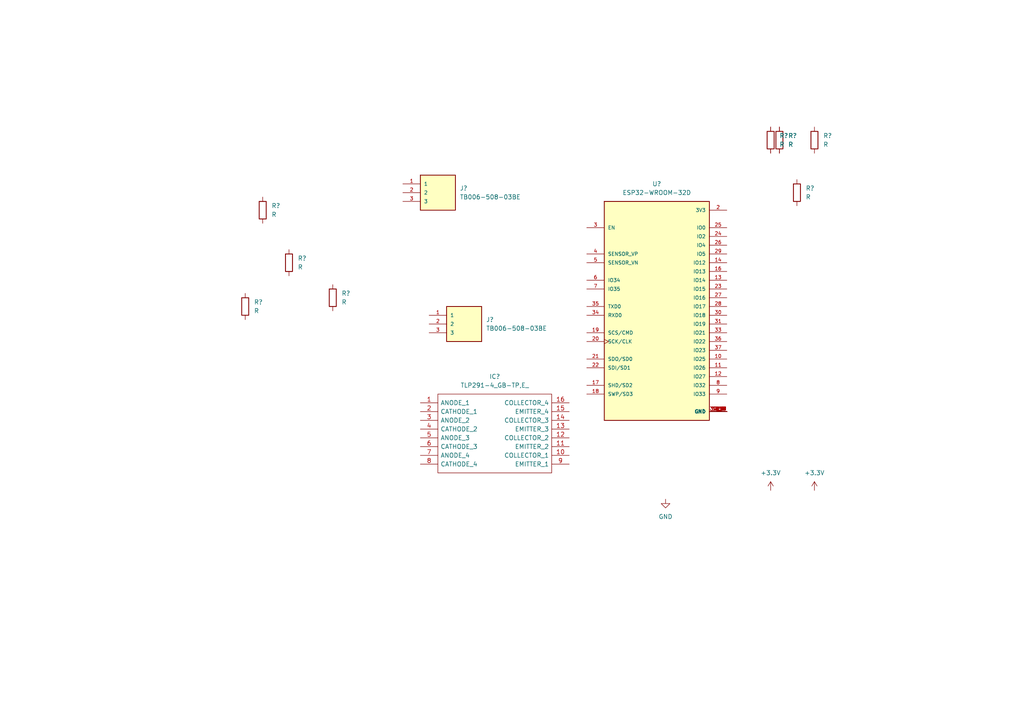
<source format=kicad_sch>
(kicad_sch (version 20230121) (generator eeschema)

  (uuid e1c2671d-3349-4172-9208-f6e3b33cc6b8)

  (paper "A4")

  (lib_symbols
    (symbol "Device:R" (pin_numbers hide) (pin_names (offset 0)) (in_bom yes) (on_board yes)
      (property "Reference" "R" (at 2.032 0 90)
        (effects (font (size 1.27 1.27)))
      )
      (property "Value" "R" (at 0 0 90)
        (effects (font (size 1.27 1.27)))
      )
      (property "Footprint" "" (at -1.778 0 90)
        (effects (font (size 1.27 1.27)) hide)
      )
      (property "Datasheet" "~" (at 0 0 0)
        (effects (font (size 1.27 1.27)) hide)
      )
      (property "ki_keywords" "R res resistor" (at 0 0 0)
        (effects (font (size 1.27 1.27)) hide)
      )
      (property "ki_description" "Resistor" (at 0 0 0)
        (effects (font (size 1.27 1.27)) hide)
      )
      (property "ki_fp_filters" "R_*" (at 0 0 0)
        (effects (font (size 1.27 1.27)) hide)
      )
      (symbol "R_0_1"
        (rectangle (start -1.016 -2.54) (end 1.016 2.54)
          (stroke (width 0.254) (type default))
          (fill (type none))
        )
      )
      (symbol "R_1_1"
        (pin passive line (at 0 3.81 270) (length 1.27)
          (name "~" (effects (font (size 1.27 1.27))))
          (number "1" (effects (font (size 1.27 1.27))))
        )
        (pin passive line (at 0 -3.81 90) (length 1.27)
          (name "~" (effects (font (size 1.27 1.27))))
          (number "2" (effects (font (size 1.27 1.27))))
        )
      )
    )
    (symbol "ESP32-WROOM-32D:ESP32-WROOM-32D" (pin_names (offset 1.016)) (in_bom yes) (on_board yes)
      (property "Reference" "U" (at -15.0359 31.5945 0)
        (effects (font (size 1.27 1.27)) (justify left bottom))
      )
      (property "Value" "ESP32-WROOM-32D" (at -15.2867 -35.6681 0)
        (effects (font (size 1.27 1.27)) (justify left bottom))
      )
      (property "Footprint" "ESP32-WROOM-32D:MODULE_ESP32-WROOM-32D" (at 0 0 0)
        (effects (font (size 1.27 1.27)) (justify bottom) hide)
      )
      (property "Datasheet" "" (at 0 0 0)
        (effects (font (size 1.27 1.27)) hide)
      )
      (property "MF" "Espressif Systems" (at 0 0 0)
        (effects (font (size 1.27 1.27)) (justify bottom) hide)
      )
      (property "MAXIMUM_PACKAGE_HEIGHT" "3.2 mm" (at 0 0 0)
        (effects (font (size 1.27 1.27)) (justify bottom) hide)
      )
      (property "Package" "Non Standard Espressif Systems" (at 0 0 0)
        (effects (font (size 1.27 1.27)) (justify bottom) hide)
      )
      (property "Price" "None" (at 0 0 0)
        (effects (font (size 1.27 1.27)) (justify bottom) hide)
      )
      (property "Check_prices" "https://www.snapeda.com/parts/ESP32-WROOM-32D/Espressif+Systems/view-part/?ref=eda" (at 0 0 0)
        (effects (font (size 1.27 1.27)) (justify bottom) hide)
      )
      (property "STANDARD" "Manufacturer Recommendations" (at 0 0 0)
        (effects (font (size 1.27 1.27)) (justify bottom) hide)
      )
      (property "PARTREV" "1.9" (at 0 0 0)
        (effects (font (size 1.27 1.27)) (justify bottom) hide)
      )
      (property "SnapEDA_Link" "https://www.snapeda.com/parts/ESP32-WROOM-32D/Espressif+Systems/view-part/?ref=snap" (at 0 0 0)
        (effects (font (size 1.27 1.27)) (justify bottom) hide)
      )
      (property "MP" "ESP32-WROOM-32D" (at 0 0 0)
        (effects (font (size 1.27 1.27)) (justify bottom) hide)
      )
      (property "Description" "\nBluetooth, WiFi 802.11b/g/n, Bluetooth v4.2 +EDR, Class 1, 2 and 3 Transceiver Module 2.4GHz ~ 2.5GHz Integrated\n" (at 0 0 0)
        (effects (font (size 1.27 1.27)) (justify bottom) hide)
      )
      (property "Availability" "In Stock" (at 0 0 0)
        (effects (font (size 1.27 1.27)) (justify bottom) hide)
      )
      (property "MANUFACTURER" "Espressif Systems" (at 0 0 0)
        (effects (font (size 1.27 1.27)) (justify bottom) hide)
      )
      (symbol "ESP32-WROOM-32D_0_0"
        (rectangle (start -15.24 -33.02) (end 15.24 30.48)
          (stroke (width 0.254) (type default))
          (fill (type background))
        )
        (pin power_in line (at 20.32 -30.48 180) (length 5.08)
          (name "GND" (effects (font (size 1.016 1.016))))
          (number "1" (effects (font (size 1.016 1.016))))
        )
        (pin bidirectional line (at 20.32 -15.24 180) (length 5.08)
          (name "IO25" (effects (font (size 1.016 1.016))))
          (number "10" (effects (font (size 1.016 1.016))))
        )
        (pin bidirectional line (at 20.32 -17.78 180) (length 5.08)
          (name "IO26" (effects (font (size 1.016 1.016))))
          (number "11" (effects (font (size 1.016 1.016))))
        )
        (pin bidirectional line (at 20.32 -20.32 180) (length 5.08)
          (name "IO27" (effects (font (size 1.016 1.016))))
          (number "12" (effects (font (size 1.016 1.016))))
        )
        (pin bidirectional line (at 20.32 7.62 180) (length 5.08)
          (name "IO14" (effects (font (size 1.016 1.016))))
          (number "13" (effects (font (size 1.016 1.016))))
        )
        (pin bidirectional line (at 20.32 12.7 180) (length 5.08)
          (name "IO12" (effects (font (size 1.016 1.016))))
          (number "14" (effects (font (size 1.016 1.016))))
        )
        (pin power_in line (at 20.32 -30.48 180) (length 5.08)
          (name "GND" (effects (font (size 1.016 1.016))))
          (number "15" (effects (font (size 1.016 1.016))))
        )
        (pin bidirectional line (at 20.32 10.16 180) (length 5.08)
          (name "IO13" (effects (font (size 1.016 1.016))))
          (number "16" (effects (font (size 1.016 1.016))))
        )
        (pin bidirectional line (at -20.32 -22.86 0) (length 5.08)
          (name "SHD/SD2" (effects (font (size 1.016 1.016))))
          (number "17" (effects (font (size 1.016 1.016))))
        )
        (pin bidirectional line (at -20.32 -25.4 0) (length 5.08)
          (name "SWP/SD3" (effects (font (size 1.016 1.016))))
          (number "18" (effects (font (size 1.016 1.016))))
        )
        (pin bidirectional line (at -20.32 -7.62 0) (length 5.08)
          (name "SCS/CMD" (effects (font (size 1.016 1.016))))
          (number "19" (effects (font (size 1.016 1.016))))
        )
        (pin power_in line (at 20.32 27.94 180) (length 5.08)
          (name "3V3" (effects (font (size 1.016 1.016))))
          (number "2" (effects (font (size 1.016 1.016))))
        )
        (pin bidirectional clock (at -20.32 -10.16 0) (length 5.08)
          (name "SCK/CLK" (effects (font (size 1.016 1.016))))
          (number "20" (effects (font (size 1.016 1.016))))
        )
        (pin bidirectional line (at -20.32 -15.24 0) (length 5.08)
          (name "SDO/SD0" (effects (font (size 1.016 1.016))))
          (number "21" (effects (font (size 1.016 1.016))))
        )
        (pin bidirectional line (at -20.32 -17.78 0) (length 5.08)
          (name "SDI/SD1" (effects (font (size 1.016 1.016))))
          (number "22" (effects (font (size 1.016 1.016))))
        )
        (pin bidirectional line (at 20.32 5.08 180) (length 5.08)
          (name "IO15" (effects (font (size 1.016 1.016))))
          (number "23" (effects (font (size 1.016 1.016))))
        )
        (pin bidirectional line (at 20.32 20.32 180) (length 5.08)
          (name "IO2" (effects (font (size 1.016 1.016))))
          (number "24" (effects (font (size 1.016 1.016))))
        )
        (pin bidirectional line (at 20.32 22.86 180) (length 5.08)
          (name "IO0" (effects (font (size 1.016 1.016))))
          (number "25" (effects (font (size 1.016 1.016))))
        )
        (pin bidirectional line (at 20.32 17.78 180) (length 5.08)
          (name "IO4" (effects (font (size 1.016 1.016))))
          (number "26" (effects (font (size 1.016 1.016))))
        )
        (pin bidirectional line (at 20.32 2.54 180) (length 5.08)
          (name "IO16" (effects (font (size 1.016 1.016))))
          (number "27" (effects (font (size 1.016 1.016))))
        )
        (pin bidirectional line (at 20.32 0 180) (length 5.08)
          (name "IO17" (effects (font (size 1.016 1.016))))
          (number "28" (effects (font (size 1.016 1.016))))
        )
        (pin bidirectional line (at 20.32 15.24 180) (length 5.08)
          (name "IO5" (effects (font (size 1.016 1.016))))
          (number "29" (effects (font (size 1.016 1.016))))
        )
        (pin input line (at -20.32 22.86 0) (length 5.08)
          (name "EN" (effects (font (size 1.016 1.016))))
          (number "3" (effects (font (size 1.016 1.016))))
        )
        (pin bidirectional line (at 20.32 -2.54 180) (length 5.08)
          (name "IO18" (effects (font (size 1.016 1.016))))
          (number "30" (effects (font (size 1.016 1.016))))
        )
        (pin bidirectional line (at 20.32 -5.08 180) (length 5.08)
          (name "IO19" (effects (font (size 1.016 1.016))))
          (number "31" (effects (font (size 1.016 1.016))))
        )
        (pin bidirectional line (at 20.32 -7.62 180) (length 5.08)
          (name "IO21" (effects (font (size 1.016 1.016))))
          (number "33" (effects (font (size 1.016 1.016))))
        )
        (pin bidirectional line (at -20.32 -2.54 0) (length 5.08)
          (name "RXD0" (effects (font (size 1.016 1.016))))
          (number "34" (effects (font (size 1.016 1.016))))
        )
        (pin bidirectional line (at -20.32 0 0) (length 5.08)
          (name "TXD0" (effects (font (size 1.016 1.016))))
          (number "35" (effects (font (size 1.016 1.016))))
        )
        (pin bidirectional line (at 20.32 -10.16 180) (length 5.08)
          (name "IO22" (effects (font (size 1.016 1.016))))
          (number "36" (effects (font (size 1.016 1.016))))
        )
        (pin bidirectional line (at 20.32 -12.7 180) (length 5.08)
          (name "IO23" (effects (font (size 1.016 1.016))))
          (number "37" (effects (font (size 1.016 1.016))))
        )
        (pin power_in line (at 20.32 -30.48 180) (length 5.08)
          (name "GND" (effects (font (size 1.016 1.016))))
          (number "38" (effects (font (size 1.016 1.016))))
        )
        (pin power_in line (at 20.32 -30.48 180) (length 5.08)
          (name "GND" (effects (font (size 1.016 1.016))))
          (number "39_1" (effects (font (size 1.016 1.016))))
        )
        (pin power_in line (at 20.32 -30.48 180) (length 5.08)
          (name "GND" (effects (font (size 1.016 1.016))))
          (number "39_10" (effects (font (size 1.016 1.016))))
        )
        (pin power_in line (at 20.32 -30.48 180) (length 5.08)
          (name "GND" (effects (font (size 1.016 1.016))))
          (number "39_11" (effects (font (size 1.016 1.016))))
        )
        (pin power_in line (at 20.32 -30.48 180) (length 5.08)
          (name "GND" (effects (font (size 1.016 1.016))))
          (number "39_12" (effects (font (size 1.016 1.016))))
        )
        (pin power_in line (at 20.32 -30.48 180) (length 5.08)
          (name "GND" (effects (font (size 1.016 1.016))))
          (number "39_13" (effects (font (size 1.016 1.016))))
        )
        (pin power_in line (at 20.32 -30.48 180) (length 5.08)
          (name "GND" (effects (font (size 1.016 1.016))))
          (number "39_14" (effects (font (size 1.016 1.016))))
        )
        (pin power_in line (at 20.32 -30.48 180) (length 5.08)
          (name "GND" (effects (font (size 1.016 1.016))))
          (number "39_15" (effects (font (size 1.016 1.016))))
        )
        (pin power_in line (at 20.32 -30.48 180) (length 5.08)
          (name "GND" (effects (font (size 1.016 1.016))))
          (number "39_16" (effects (font (size 1.016 1.016))))
        )
        (pin power_in line (at 20.32 -30.48 180) (length 5.08)
          (name "GND" (effects (font (size 1.016 1.016))))
          (number "39_17" (effects (font (size 1.016 1.016))))
        )
        (pin power_in line (at 20.32 -30.48 180) (length 5.08)
          (name "GND" (effects (font (size 1.016 1.016))))
          (number "39_18" (effects (font (size 1.016 1.016))))
        )
        (pin power_in line (at 20.32 -30.48 180) (length 5.08)
          (name "GND" (effects (font (size 1.016 1.016))))
          (number "39_19" (effects (font (size 1.016 1.016))))
        )
        (pin power_in line (at 20.32 -30.48 180) (length 5.08)
          (name "GND" (effects (font (size 1.016 1.016))))
          (number "39_2" (effects (font (size 1.016 1.016))))
        )
        (pin power_in line (at 20.32 -30.48 180) (length 5.08)
          (name "GND" (effects (font (size 1.016 1.016))))
          (number "39_20" (effects (font (size 1.016 1.016))))
        )
        (pin power_in line (at 20.32 -30.48 180) (length 5.08)
          (name "GND" (effects (font (size 1.016 1.016))))
          (number "39_21" (effects (font (size 1.016 1.016))))
        )
        (pin power_in line (at 20.32 -30.48 180) (length 5.08)
          (name "GND" (effects (font (size 1.016 1.016))))
          (number "39_3" (effects (font (size 1.016 1.016))))
        )
        (pin power_in line (at 20.32 -30.48 180) (length 5.08)
          (name "GND" (effects (font (size 1.016 1.016))))
          (number "39_4" (effects (font (size 1.016 1.016))))
        )
        (pin power_in line (at 20.32 -30.48 180) (length 5.08)
          (name "GND" (effects (font (size 1.016 1.016))))
          (number "39_5" (effects (font (size 1.016 1.016))))
        )
        (pin power_in line (at 20.32 -30.48 180) (length 5.08)
          (name "GND" (effects (font (size 1.016 1.016))))
          (number "39_6" (effects (font (size 1.016 1.016))))
        )
        (pin power_in line (at 20.32 -30.48 180) (length 5.08)
          (name "GND" (effects (font (size 1.016 1.016))))
          (number "39_7" (effects (font (size 1.016 1.016))))
        )
        (pin power_in line (at 20.32 -30.48 180) (length 5.08)
          (name "GND" (effects (font (size 1.016 1.016))))
          (number "39_8" (effects (font (size 1.016 1.016))))
        )
        (pin power_in line (at 20.32 -30.48 180) (length 5.08)
          (name "GND" (effects (font (size 1.016 1.016))))
          (number "39_9" (effects (font (size 1.016 1.016))))
        )
        (pin input line (at -20.32 15.24 0) (length 5.08)
          (name "SENSOR_VP" (effects (font (size 1.016 1.016))))
          (number "4" (effects (font (size 1.016 1.016))))
        )
        (pin input line (at -20.32 12.7 0) (length 5.08)
          (name "SENSOR_VN" (effects (font (size 1.016 1.016))))
          (number "5" (effects (font (size 1.016 1.016))))
        )
        (pin input line (at -20.32 7.62 0) (length 5.08)
          (name "IO34" (effects (font (size 1.016 1.016))))
          (number "6" (effects (font (size 1.016 1.016))))
        )
        (pin input line (at -20.32 5.08 0) (length 5.08)
          (name "IO35" (effects (font (size 1.016 1.016))))
          (number "7" (effects (font (size 1.016 1.016))))
        )
        (pin bidirectional line (at 20.32 -22.86 180) (length 5.08)
          (name "IO32" (effects (font (size 1.016 1.016))))
          (number "8" (effects (font (size 1.016 1.016))))
        )
        (pin bidirectional line (at 20.32 -25.4 180) (length 5.08)
          (name "IO33" (effects (font (size 1.016 1.016))))
          (number "9" (effects (font (size 1.016 1.016))))
        )
      )
    )
    (symbol "TB006-508-03BE:TB006-508-03BE" (pin_names (offset 1.016)) (in_bom yes) (on_board yes)
      (property "Reference" "J" (at -5.58 5.08 0)
        (effects (font (size 1.27 1.27)) (justify left bottom))
      )
      (property "Value" "TB006-508-03BE" (at -5.08 -7.62 0)
        (effects (font (size 1.27 1.27)) (justify left bottom))
      )
      (property "Footprint" "TB006-508-03BE:CUI_TB006-508-03BE" (at 0 0 0)
        (effects (font (size 1.27 1.27)) (justify bottom) hide)
      )
      (property "Datasheet" "" (at 0 0 0)
        (effects (font (size 1.27 1.27)) hide)
      )
      (property "MF" "CUI Devices" (at 0 0 0)
        (effects (font (size 1.27 1.27)) (justify bottom) hide)
      )
      (property "Description" "2~24 Poles, Screw Type, Horizontal, 5.08 Pitch, 26~14 (AWG), Terminal Block Connector" (at 0 0 0)
        (effects (font (size 1.27 1.27)) (justify bottom) hide)
      )
      (property "Package" "None" (at 0 0 0)
        (effects (font (size 1.27 1.27)) (justify bottom) hide)
      )
      (property "Price" "None" (at 0 0 0)
        (effects (font (size 1.27 1.27)) (justify bottom) hide)
      )
      (property "Check_prices" "https://www.snapeda.com/parts/TB006-508-03BE/CUI+Devices/view-part/?ref=eda" (at 0 0 0)
        (effects (font (size 1.27 1.27)) (justify bottom) hide)
      )
      (property "STANDARD" "Manufacturer Recommendations" (at 0 0 0)
        (effects (font (size 1.27 1.27)) (justify bottom) hide)
      )
      (property "SnapEDA_Link" "https://www.snapeda.com/parts/TB006-508-03BE/CUI+Devices/view-part/?ref=snap" (at 0 0 0)
        (effects (font (size 1.27 1.27)) (justify bottom) hide)
      )
      (property "MP" "TB006-508-03BE" (at 0 0 0)
        (effects (font (size 1.27 1.27)) (justify bottom) hide)
      )
      (property "Purchase-URL" "https://www.snapeda.com/api/url_track_click_mouser/?unipart_id=3591102&manufacturer=CUI Devices&part_name=TB006-508-03BE&search_term=screw terminal" (at 0 0 0)
        (effects (font (size 1.27 1.27)) (justify bottom) hide)
      )
      (property "CUI_purchase_URL" "https://www.cuidevices.com/product/interconnect/connectors/terminal-blocks/tb006-508-series?utm_source=snapeda.com&utm_medium=referral&utm_campaign=snapedaBOM" (at 0 0 0)
        (effects (font (size 1.27 1.27)) (justify bottom) hide)
      )
      (property "Availability" "In Stock" (at 0 0 0)
        (effects (font (size 1.27 1.27)) (justify bottom) hide)
      )
      (property "MANUFACTURER" "CUI" (at 0 0 0)
        (effects (font (size 1.27 1.27)) (justify bottom) hide)
      )
      (symbol "TB006-508-03BE_0_0"
        (rectangle (start -5.08 -5.08) (end 5.08 5.08)
          (stroke (width 0.254) (type default))
          (fill (type background))
        )
        (pin passive line (at -10.16 2.54 0) (length 5.08)
          (name "1" (effects (font (size 1.016 1.016))))
          (number "1" (effects (font (size 1.016 1.016))))
        )
        (pin passive line (at -10.16 0 0) (length 5.08)
          (name "2" (effects (font (size 1.016 1.016))))
          (number "2" (effects (font (size 1.016 1.016))))
        )
        (pin passive line (at -10.16 -2.54 0) (length 5.08)
          (name "3" (effects (font (size 1.016 1.016))))
          (number "3" (effects (font (size 1.016 1.016))))
        )
      )
    )
    (symbol "TLP291-4_GB-TP_E_:TLP291-4_GB-TP,E_" (pin_names (offset 0.762)) (in_bom yes) (on_board yes)
      (property "Reference" "IC" (at 39.37 7.62 0)
        (effects (font (size 1.27 1.27)) (justify left))
      )
      (property "Value" "TLP291-4_GB-TP,E_" (at 39.37 5.08 0)
        (effects (font (size 1.27 1.27)) (justify left))
      )
      (property "Footprint" "SOIC127P700X230-16N" (at 39.37 2.54 0)
        (effects (font (size 1.27 1.27)) (justify left) hide)
      )
      (property "Datasheet" "https://componentsearchengine.com/Datasheets/1/TLP291-4(GB-TP,E).pdf" (at 39.37 0 0)
        (effects (font (size 1.27 1.27)) (justify left) hide)
      )
      (property "Description" "Transistor Output Optocouplers PHOTOCOUP QUAD TRANS 16-SOP COMP TLP281-4" (at 39.37 -2.54 0)
        (effects (font (size 1.27 1.27)) (justify left) hide)
      )
      (property "Height" "2.3" (at 39.37 -5.08 0)
        (effects (font (size 1.27 1.27)) (justify left) hide)
      )
      (property "Manufacturer_Name" "Toshiba" (at 39.37 -7.62 0)
        (effects (font (size 1.27 1.27)) (justify left) hide)
      )
      (property "Manufacturer_Part_Number" "TLP291-4(GB-TP,E)" (at 39.37 -10.16 0)
        (effects (font (size 1.27 1.27)) (justify left) hide)
      )
      (property "Mouser Part Number" "757-TLP2914GB-TPE" (at 39.37 -12.7 0)
        (effects (font (size 1.27 1.27)) (justify left) hide)
      )
      (property "Mouser Price/Stock" "https://www.mouser.co.uk/ProductDetail/Toshiba/TLP291-4GB-TPE?qs=aT3ZFlnUjmJV%2FMEQgafMFQ%3D%3D" (at 39.37 -15.24 0)
        (effects (font (size 1.27 1.27)) (justify left) hide)
      )
      (property "Arrow Part Number" "TLP291-4(GB-TP,E)" (at 39.37 -17.78 0)
        (effects (font (size 1.27 1.27)) (justify left) hide)
      )
      (property "Arrow Price/Stock" "https://www.arrow.com/en/products/tlp291-4-gb-tpe/toshiba?region=nac" (at 39.37 -20.32 0)
        (effects (font (size 1.27 1.27)) (justify left) hide)
      )
      (property "ki_description" "Transistor Output Optocouplers PHOTOCOUP QUAD TRANS 16-SOP COMP TLP281-4" (at 0 0 0)
        (effects (font (size 1.27 1.27)) hide)
      )
      (symbol "TLP291-4_GB-TP,E__0_0"
        (pin passive line (at 0 0 0) (length 5.08)
          (name "ANODE_1" (effects (font (size 1.27 1.27))))
          (number "1" (effects (font (size 1.27 1.27))))
        )
        (pin passive line (at 43.18 -15.24 180) (length 5.08)
          (name "COLLECTOR_1" (effects (font (size 1.27 1.27))))
          (number "10" (effects (font (size 1.27 1.27))))
        )
        (pin passive line (at 43.18 -12.7 180) (length 5.08)
          (name "EMITTER_2" (effects (font (size 1.27 1.27))))
          (number "11" (effects (font (size 1.27 1.27))))
        )
        (pin passive line (at 43.18 -10.16 180) (length 5.08)
          (name "COLLECTOR_2" (effects (font (size 1.27 1.27))))
          (number "12" (effects (font (size 1.27 1.27))))
        )
        (pin passive line (at 43.18 -7.62 180) (length 5.08)
          (name "EMITTER_3" (effects (font (size 1.27 1.27))))
          (number "13" (effects (font (size 1.27 1.27))))
        )
        (pin passive line (at 43.18 -5.08 180) (length 5.08)
          (name "COLLECTOR_3" (effects (font (size 1.27 1.27))))
          (number "14" (effects (font (size 1.27 1.27))))
        )
        (pin passive line (at 43.18 -2.54 180) (length 5.08)
          (name "EMITTER_4" (effects (font (size 1.27 1.27))))
          (number "15" (effects (font (size 1.27 1.27))))
        )
        (pin passive line (at 43.18 0 180) (length 5.08)
          (name "COLLECTOR_4" (effects (font (size 1.27 1.27))))
          (number "16" (effects (font (size 1.27 1.27))))
        )
        (pin passive line (at 0 -2.54 0) (length 5.08)
          (name "CATHODE_1" (effects (font (size 1.27 1.27))))
          (number "2" (effects (font (size 1.27 1.27))))
        )
        (pin passive line (at 0 -5.08 0) (length 5.08)
          (name "ANODE_2" (effects (font (size 1.27 1.27))))
          (number "3" (effects (font (size 1.27 1.27))))
        )
        (pin passive line (at 0 -7.62 0) (length 5.08)
          (name "CATHODE_2" (effects (font (size 1.27 1.27))))
          (number "4" (effects (font (size 1.27 1.27))))
        )
        (pin passive line (at 0 -10.16 0) (length 5.08)
          (name "ANODE_3" (effects (font (size 1.27 1.27))))
          (number "5" (effects (font (size 1.27 1.27))))
        )
        (pin passive line (at 0 -12.7 0) (length 5.08)
          (name "CATHODE_3" (effects (font (size 1.27 1.27))))
          (number "6" (effects (font (size 1.27 1.27))))
        )
        (pin passive line (at 0 -15.24 0) (length 5.08)
          (name "ANODE_4" (effects (font (size 1.27 1.27))))
          (number "7" (effects (font (size 1.27 1.27))))
        )
        (pin passive line (at 0 -17.78 0) (length 5.08)
          (name "CATHODE_4" (effects (font (size 1.27 1.27))))
          (number "8" (effects (font (size 1.27 1.27))))
        )
        (pin passive line (at 43.18 -17.78 180) (length 5.08)
          (name "EMITTER_1" (effects (font (size 1.27 1.27))))
          (number "9" (effects (font (size 1.27 1.27))))
        )
      )
      (symbol "TLP291-4_GB-TP,E__0_1"
        (polyline
          (pts
            (xy 5.08 2.54)
            (xy 38.1 2.54)
            (xy 38.1 -20.32)
            (xy 5.08 -20.32)
            (xy 5.08 2.54)
          )
          (stroke (width 0.1524) (type solid))
          (fill (type none))
        )
      )
    )
    (symbol "power:+3.3V" (power) (pin_names (offset 0)) (in_bom yes) (on_board yes)
      (property "Reference" "#PWR" (at 0 -3.81 0)
        (effects (font (size 1.27 1.27)) hide)
      )
      (property "Value" "+3.3V" (at 0 3.556 0)
        (effects (font (size 1.27 1.27)))
      )
      (property "Footprint" "" (at 0 0 0)
        (effects (font (size 1.27 1.27)) hide)
      )
      (property "Datasheet" "" (at 0 0 0)
        (effects (font (size 1.27 1.27)) hide)
      )
      (property "ki_keywords" "global power" (at 0 0 0)
        (effects (font (size 1.27 1.27)) hide)
      )
      (property "ki_description" "Power symbol creates a global label with name \"+3.3V\"" (at 0 0 0)
        (effects (font (size 1.27 1.27)) hide)
      )
      (symbol "+3.3V_0_1"
        (polyline
          (pts
            (xy -0.762 1.27)
            (xy 0 2.54)
          )
          (stroke (width 0) (type default))
          (fill (type none))
        )
        (polyline
          (pts
            (xy 0 0)
            (xy 0 2.54)
          )
          (stroke (width 0) (type default))
          (fill (type none))
        )
        (polyline
          (pts
            (xy 0 2.54)
            (xy 0.762 1.27)
          )
          (stroke (width 0) (type default))
          (fill (type none))
        )
      )
      (symbol "+3.3V_1_1"
        (pin power_in line (at 0 0 90) (length 0) hide
          (name "+3.3V" (effects (font (size 1.27 1.27))))
          (number "1" (effects (font (size 1.27 1.27))))
        )
      )
    )
    (symbol "power:GND" (power) (pin_names (offset 0)) (in_bom yes) (on_board yes)
      (property "Reference" "#PWR" (at 0 -6.35 0)
        (effects (font (size 1.27 1.27)) hide)
      )
      (property "Value" "GND" (at 0 -3.81 0)
        (effects (font (size 1.27 1.27)))
      )
      (property "Footprint" "" (at 0 0 0)
        (effects (font (size 1.27 1.27)) hide)
      )
      (property "Datasheet" "" (at 0 0 0)
        (effects (font (size 1.27 1.27)) hide)
      )
      (property "ki_keywords" "global power" (at 0 0 0)
        (effects (font (size 1.27 1.27)) hide)
      )
      (property "ki_description" "Power symbol creates a global label with name \"GND\" , ground" (at 0 0 0)
        (effects (font (size 1.27 1.27)) hide)
      )
      (symbol "GND_0_1"
        (polyline
          (pts
            (xy 0 0)
            (xy 0 -1.27)
            (xy 1.27 -1.27)
            (xy 0 -2.54)
            (xy -1.27 -1.27)
            (xy 0 -1.27)
          )
          (stroke (width 0) (type default))
          (fill (type none))
        )
      )
      (symbol "GND_1_1"
        (pin power_in line (at 0 0 270) (length 0) hide
          (name "GND" (effects (font (size 1.27 1.27))))
          (number "1" (effects (font (size 1.27 1.27))))
        )
      )
    )
  )


  (symbol (lib_id "Device:R") (at 226.06 40.64 0) (unit 1)
    (in_bom yes) (on_board yes) (dnp no) (fields_autoplaced)
    (uuid 060931a4-648a-43bb-a064-a8a5b540d349)
    (property "Reference" "R?" (at 228.6 39.37 0)
      (effects (font (size 1.27 1.27)) (justify left))
    )
    (property "Value" "R" (at 228.6 41.91 0)
      (effects (font (size 1.27 1.27)) (justify left))
    )
    (property "Footprint" "" (at 224.282 40.64 90)
      (effects (font (size 1.27 1.27)) hide)
    )
    (property "Datasheet" "~" (at 226.06 40.64 0)
      (effects (font (size 1.27 1.27)) hide)
    )
    (pin "1" (uuid 155a5c01-6ff5-426d-be2e-204ec25cf762))
    (pin "2" (uuid 120e1c69-47a2-4817-a6de-2265be85a6f1))
    (instances
      (project "buck coverter"
        (path "/e1c2671d-3349-4172-9208-f6e3b33cc6b8"
          (reference "R?") (unit 1)
        )
      )
    )
  )

  (symbol (lib_id "power:+3.3V") (at 223.52 142.24 0) (unit 1)
    (in_bom yes) (on_board yes) (dnp no) (fields_autoplaced)
    (uuid 0f3b33bd-8cb0-4fdd-9bd4-854ec2264bb9)
    (property "Reference" "#PWR01" (at 223.52 146.05 0)
      (effects (font (size 1.27 1.27)) hide)
    )
    (property "Value" "+3.3V" (at 223.52 137.16 0)
      (effects (font (size 1.27 1.27)))
    )
    (property "Footprint" "" (at 223.52 142.24 0)
      (effects (font (size 1.27 1.27)) hide)
    )
    (property "Datasheet" "" (at 223.52 142.24 0)
      (effects (font (size 1.27 1.27)) hide)
    )
    (pin "1" (uuid 0ab9a002-1efc-45c1-9be4-01aa8fbdca26))
    (instances
      (project "buck coverter"
        (path "/e1c2671d-3349-4172-9208-f6e3b33cc6b8"
          (reference "#PWR01") (unit 1)
        )
      )
    )
  )

  (symbol (lib_id "Device:R") (at 71.12 88.9 0) (unit 1)
    (in_bom yes) (on_board yes) (dnp no) (fields_autoplaced)
    (uuid 1205b928-c889-4b20-b9e2-be4adb223ff9)
    (property "Reference" "R?" (at 73.66 87.63 0)
      (effects (font (size 1.27 1.27)) (justify left))
    )
    (property "Value" "R" (at 73.66 90.17 0)
      (effects (font (size 1.27 1.27)) (justify left))
    )
    (property "Footprint" "" (at 69.342 88.9 90)
      (effects (font (size 1.27 1.27)) hide)
    )
    (property "Datasheet" "~" (at 71.12 88.9 0)
      (effects (font (size 1.27 1.27)) hide)
    )
    (pin "1" (uuid fdb140a9-907a-48e0-89e6-0cc8be943b44))
    (pin "2" (uuid 580648e7-8dfc-46cd-9b75-ba1db20120ea))
    (instances
      (project "buck coverter"
        (path "/e1c2671d-3349-4172-9208-f6e3b33cc6b8"
          (reference "R?") (unit 1)
        )
      )
    )
  )

  (symbol (lib_id "ESP32-WROOM-32D:ESP32-WROOM-32D") (at 190.5 88.9 0) (unit 1)
    (in_bom yes) (on_board yes) (dnp no) (fields_autoplaced)
    (uuid 1417c683-b3bd-432d-85f9-201294f7d9a8)
    (property "Reference" "U?" (at 190.5 53.34 0)
      (effects (font (size 1.27 1.27)))
    )
    (property "Value" "ESP32-WROOM-32D" (at 190.5 55.88 0)
      (effects (font (size 1.27 1.27)))
    )
    (property "Footprint" "ESP32-WROOM-32D:MODULE_ESP32-WROOM-32D" (at 190.5 88.9 0)
      (effects (font (size 1.27 1.27)) (justify bottom) hide)
    )
    (property "Datasheet" "" (at 190.5 88.9 0)
      (effects (font (size 1.27 1.27)) hide)
    )
    (property "MF" "Espressif Systems" (at 190.5 88.9 0)
      (effects (font (size 1.27 1.27)) (justify bottom) hide)
    )
    (property "MAXIMUM_PACKAGE_HEIGHT" "3.2 mm" (at 190.5 88.9 0)
      (effects (font (size 1.27 1.27)) (justify bottom) hide)
    )
    (property "Package" "Non Standard Espressif Systems" (at 190.5 88.9 0)
      (effects (font (size 1.27 1.27)) (justify bottom) hide)
    )
    (property "Price" "None" (at 190.5 88.9 0)
      (effects (font (size 1.27 1.27)) (justify bottom) hide)
    )
    (property "Check_prices" "https://www.snapeda.com/parts/ESP32-WROOM-32D/Espressif+Systems/view-part/?ref=eda" (at 190.5 88.9 0)
      (effects (font (size 1.27 1.27)) (justify bottom) hide)
    )
    (property "STANDARD" "Manufacturer Recommendations" (at 190.5 88.9 0)
      (effects (font (size 1.27 1.27)) (justify bottom) hide)
    )
    (property "PARTREV" "1.9" (at 190.5 88.9 0)
      (effects (font (size 1.27 1.27)) (justify bottom) hide)
    )
    (property "SnapEDA_Link" "https://www.snapeda.com/parts/ESP32-WROOM-32D/Espressif+Systems/view-part/?ref=snap" (at 190.5 88.9 0)
      (effects (font (size 1.27 1.27)) (justify bottom) hide)
    )
    (property "MP" "ESP32-WROOM-32D" (at 190.5 88.9 0)
      (effects (font (size 1.27 1.27)) (justify bottom) hide)
    )
    (property "Description" "\nBluetooth, WiFi 802.11b/g/n, Bluetooth v4.2 +EDR, Class 1, 2 and 3 Transceiver Module 2.4GHz ~ 2.5GHz Integrated\n" (at 190.5 88.9 0)
      (effects (font (size 1.27 1.27)) (justify bottom) hide)
    )
    (property "Availability" "In Stock" (at 190.5 88.9 0)
      (effects (font (size 1.27 1.27)) (justify bottom) hide)
    )
    (property "MANUFACTURER" "Espressif Systems" (at 190.5 88.9 0)
      (effects (font (size 1.27 1.27)) (justify bottom) hide)
    )
    (pin "1" (uuid 6e640184-4fe4-4f4b-a232-8cca48241cb7))
    (pin "10" (uuid 03f84521-8aa2-4244-983f-7b143a03fcc2))
    (pin "11" (uuid a623a2ce-5f5b-4b2f-b648-2653df41d007))
    (pin "12" (uuid 37a5baac-53f8-4793-8c12-f917e6473c62))
    (pin "13" (uuid 49ee5c42-e99a-4aab-bb12-8558ec8b9c09))
    (pin "14" (uuid 42ac098d-f504-4d57-a010-1fa6eb94b738))
    (pin "15" (uuid d3a4f067-6525-4ffc-94ba-145aa9a985a2))
    (pin "16" (uuid 9971f3ec-04d2-4c99-8587-564627d3722d))
    (pin "17" (uuid bbef7aaa-cc5d-4387-bd23-e4c103922c02))
    (pin "18" (uuid a7f639cb-2c5b-406f-80d2-c043e64e1a7b))
    (pin "19" (uuid 431b564a-41af-4d2d-90c5-c8c0401d62a8))
    (pin "2" (uuid 1189bc28-9f4f-477a-866e-4d0d3f7fc08d))
    (pin "20" (uuid 78238636-79bc-4b95-92a8-adeb68b4bf0d))
    (pin "21" (uuid 4d8de373-47c7-405b-a64e-8941e3c96031))
    (pin "22" (uuid eddd5b8e-9ec1-4207-a611-db48c8c068f7))
    (pin "23" (uuid 8d068920-5c47-49ad-9a43-4b4ec11716f3))
    (pin "24" (uuid 7d2f89e1-9d80-457c-a98b-aefaa87507f6))
    (pin "25" (uuid f57cedbc-34fb-44e0-8387-76b94c88ef14))
    (pin "26" (uuid a3914f14-ea48-4999-ad1a-42c9997267cd))
    (pin "27" (uuid 30fc6b48-fb03-4172-a788-37893fce10eb))
    (pin "28" (uuid 5e8f4585-2d37-4e6a-8532-9bad1b18edb1))
    (pin "29" (uuid 8099f2d7-ab45-4a77-9dee-67a55ca9fb22))
    (pin "3" (uuid c57180c8-9f08-4e39-a650-603f01015b96))
    (pin "30" (uuid 06fa8a73-0646-4a5c-886c-3d1ca1d2d9b7))
    (pin "31" (uuid 74b6cd21-e7c9-49c2-b8c7-1a7e981fd429))
    (pin "33" (uuid 4ae3207e-5ce0-4a00-bf3a-c4f342bb483a))
    (pin "34" (uuid 77e36db2-59e5-4e51-add8-378b4958fb1b))
    (pin "35" (uuid fb2ad23e-8037-48a7-be08-34b83b4249b5))
    (pin "36" (uuid 8d5db36f-79f1-485c-9890-9554036a6120))
    (pin "37" (uuid 39986721-352a-4070-89d0-becf2ab291fb))
    (pin "38" (uuid 0485107f-a30d-4d69-a9a3-270d6821f3e0))
    (pin "39_1" (uuid 39d0b97c-8c29-4cdc-9f9f-bcdf05c1b5a5))
    (pin "39_10" (uuid ceeff681-2b02-4b40-828e-18e35f90cb68))
    (pin "39_11" (uuid 53147fb2-c918-4d99-81dd-2652911b11d6))
    (pin "39_12" (uuid f878d661-d571-47ef-a747-9753ad67fc06))
    (pin "39_13" (uuid 00df5fe3-1a20-4fc7-ae71-2086f67da7b2))
    (pin "39_14" (uuid 9668025c-e747-4994-9ddb-24b55b3cec6b))
    (pin "39_15" (uuid 36b6d274-dea2-4d3e-90cc-fefb5e91713b))
    (pin "39_16" (uuid efa9b664-d8a1-4a24-91d1-68566e1b472e))
    (pin "39_17" (uuid caa129e3-0e16-4ba3-b008-d14a641cc92e))
    (pin "39_18" (uuid 5b708e6d-0876-45a8-b94a-5e6afde8f0e5))
    (pin "39_19" (uuid 8e6423f0-dbd8-4ca3-88d2-829dd937c8bf))
    (pin "39_2" (uuid 881dfd39-31a1-4815-b6e4-52e29f7dcac6))
    (pin "39_20" (uuid fdb0e861-ef7e-4392-9c81-04d9a2d0a0e2))
    (pin "39_21" (uuid e06170f8-d667-4b05-a168-1d843e6c6df3))
    (pin "39_3" (uuid 310cd3c6-ea82-499a-ac29-faf8140a6433))
    (pin "39_4" (uuid fd16c494-7326-414e-aa24-778d5fd5b67f))
    (pin "39_5" (uuid ad8f2387-4238-4dba-82ad-687803212bb5))
    (pin "39_6" (uuid 715d7e38-fcc6-4af1-a401-1e2d6b984633))
    (pin "39_7" (uuid acea3776-5b33-467f-be84-d116e01ac418))
    (pin "39_8" (uuid 8079d51b-7fb0-4299-90a6-03ca25cbfa1d))
    (pin "39_9" (uuid 2c290986-484f-4de0-a337-570ba240a1ee))
    (pin "4" (uuid 72d145e5-757e-4613-a290-f3464ab32f5b))
    (pin "5" (uuid a072740f-eec4-4027-ac1f-1198d56f322e))
    (pin "6" (uuid 2533e0f2-4d28-425a-8cbd-74d08ccd399b))
    (pin "7" (uuid 07bf4883-7deb-4814-aad1-f69878582ed0))
    (pin "8" (uuid 86058778-93e4-4d40-bcf8-47ef104683c3))
    (pin "9" (uuid 2b43fe74-3c11-4ec2-95fe-af19682be39a))
    (instances
      (project "buck coverter"
        (path "/e1c2671d-3349-4172-9208-f6e3b33cc6b8"
          (reference "U?") (unit 1)
        )
      )
    )
  )

  (symbol (lib_id "Device:R") (at 76.2 60.96 0) (unit 1)
    (in_bom yes) (on_board yes) (dnp no) (fields_autoplaced)
    (uuid 355202e8-6cc8-486b-91ed-12a694dc6917)
    (property "Reference" "R?" (at 78.74 59.69 0)
      (effects (font (size 1.27 1.27)) (justify left))
    )
    (property "Value" "R" (at 78.74 62.23 0)
      (effects (font (size 1.27 1.27)) (justify left))
    )
    (property "Footprint" "" (at 74.422 60.96 90)
      (effects (font (size 1.27 1.27)) hide)
    )
    (property "Datasheet" "~" (at 76.2 60.96 0)
      (effects (font (size 1.27 1.27)) hide)
    )
    (pin "1" (uuid d071e3f2-d458-4174-9dcd-fb6940da7971))
    (pin "2" (uuid feb81462-8a0d-4596-8a64-89a9183007a4))
    (instances
      (project "buck coverter"
        (path "/e1c2671d-3349-4172-9208-f6e3b33cc6b8"
          (reference "R?") (unit 1)
        )
      )
    )
  )

  (symbol (lib_id "TB006-508-03BE:TB006-508-03BE") (at 134.62 93.98 0) (unit 1)
    (in_bom yes) (on_board yes) (dnp no) (fields_autoplaced)
    (uuid 4c176dc7-f9f8-4872-8463-79bc90c96298)
    (property "Reference" "J?" (at 140.97 92.71 0)
      (effects (font (size 1.27 1.27)) (justify left))
    )
    (property "Value" "TB006-508-03BE" (at 140.97 95.25 0)
      (effects (font (size 1.27 1.27)) (justify left))
    )
    (property "Footprint" "TB006-508-03BE:CUI_TB006-508-03BE" (at 134.62 93.98 0)
      (effects (font (size 1.27 1.27)) (justify bottom) hide)
    )
    (property "Datasheet" "" (at 134.62 93.98 0)
      (effects (font (size 1.27 1.27)) hide)
    )
    (property "MF" "CUI Devices" (at 134.62 93.98 0)
      (effects (font (size 1.27 1.27)) (justify bottom) hide)
    )
    (property "Description" "2~24 Poles, Screw Type, Horizontal, 5.08 Pitch, 26~14 (AWG), Terminal Block Connector" (at 134.62 93.98 0)
      (effects (font (size 1.27 1.27)) (justify bottom) hide)
    )
    (property "Package" "None" (at 134.62 93.98 0)
      (effects (font (size 1.27 1.27)) (justify bottom) hide)
    )
    (property "Price" "None" (at 134.62 93.98 0)
      (effects (font (size 1.27 1.27)) (justify bottom) hide)
    )
    (property "Check_prices" "https://www.snapeda.com/parts/TB006-508-03BE/CUI+Devices/view-part/?ref=eda" (at 134.62 93.98 0)
      (effects (font (size 1.27 1.27)) (justify bottom) hide)
    )
    (property "STANDARD" "Manufacturer Recommendations" (at 134.62 93.98 0)
      (effects (font (size 1.27 1.27)) (justify bottom) hide)
    )
    (property "SnapEDA_Link" "https://www.snapeda.com/parts/TB006-508-03BE/CUI+Devices/view-part/?ref=snap" (at 134.62 93.98 0)
      (effects (font (size 1.27 1.27)) (justify bottom) hide)
    )
    (property "MP" "TB006-508-03BE" (at 134.62 93.98 0)
      (effects (font (size 1.27 1.27)) (justify bottom) hide)
    )
    (property "Purchase-URL" "https://www.snapeda.com/api/url_track_click_mouser/?unipart_id=3591102&manufacturer=CUI Devices&part_name=TB006-508-03BE&search_term=screw terminal" (at 134.62 93.98 0)
      (effects (font (size 1.27 1.27)) (justify bottom) hide)
    )
    (property "CUI_purchase_URL" "https://www.cuidevices.com/product/interconnect/connectors/terminal-blocks/tb006-508-series?utm_source=snapeda.com&utm_medium=referral&utm_campaign=snapedaBOM" (at 134.62 93.98 0)
      (effects (font (size 1.27 1.27)) (justify bottom) hide)
    )
    (property "Availability" "In Stock" (at 134.62 93.98 0)
      (effects (font (size 1.27 1.27)) (justify bottom) hide)
    )
    (property "MANUFACTURER" "CUI" (at 134.62 93.98 0)
      (effects (font (size 1.27 1.27)) (justify bottom) hide)
    )
    (pin "1" (uuid ca8823c1-2a27-4de2-817e-9bb02f1f57c2))
    (pin "2" (uuid 69f10745-bd98-4481-abbc-5c186d1fbd84))
    (pin "3" (uuid 8da451fa-1085-4c44-9974-11149a09dff4))
    (instances
      (project "buck coverter"
        (path "/e1c2671d-3349-4172-9208-f6e3b33cc6b8"
          (reference "J?") (unit 1)
        )
      )
    )
  )

  (symbol (lib_id "Device:R") (at 83.82 76.2 0) (unit 1)
    (in_bom yes) (on_board yes) (dnp no) (fields_autoplaced)
    (uuid 4f070b0e-a1e7-4da8-bab9-7a5a2dffe8e1)
    (property "Reference" "R?" (at 86.36 74.93 0)
      (effects (font (size 1.27 1.27)) (justify left))
    )
    (property "Value" "R" (at 86.36 77.47 0)
      (effects (font (size 1.27 1.27)) (justify left))
    )
    (property "Footprint" "" (at 82.042 76.2 90)
      (effects (font (size 1.27 1.27)) hide)
    )
    (property "Datasheet" "~" (at 83.82 76.2 0)
      (effects (font (size 1.27 1.27)) hide)
    )
    (pin "1" (uuid 29701904-0e3d-4f22-926f-9b5f0f7c5c6d))
    (pin "2" (uuid c99731f8-deb8-427f-b317-97390ac227d4))
    (instances
      (project "buck coverter"
        (path "/e1c2671d-3349-4172-9208-f6e3b33cc6b8"
          (reference "R?") (unit 1)
        )
      )
    )
  )

  (symbol (lib_id "power:+3.3V") (at 236.22 142.24 0) (unit 1)
    (in_bom yes) (on_board yes) (dnp no) (fields_autoplaced)
    (uuid 51e4d9f2-e0bc-4e7a-aacb-7aaf5b735abd)
    (property "Reference" "#PWR02" (at 236.22 146.05 0)
      (effects (font (size 1.27 1.27)) hide)
    )
    (property "Value" "+3.3V" (at 236.22 137.16 0)
      (effects (font (size 1.27 1.27)))
    )
    (property "Footprint" "" (at 236.22 142.24 0)
      (effects (font (size 1.27 1.27)) hide)
    )
    (property "Datasheet" "" (at 236.22 142.24 0)
      (effects (font (size 1.27 1.27)) hide)
    )
    (pin "1" (uuid 8bd5f8e0-4798-4b96-9b22-10d795d785bb))
    (instances
      (project "buck coverter"
        (path "/e1c2671d-3349-4172-9208-f6e3b33cc6b8"
          (reference "#PWR02") (unit 1)
        )
      )
    )
  )

  (symbol (lib_id "power:GND") (at 193.04 144.78 0) (unit 1)
    (in_bom yes) (on_board yes) (dnp no) (fields_autoplaced)
    (uuid 5c1513c0-1064-42b9-a41a-b1541af395cc)
    (property "Reference" "#PWR03" (at 193.04 151.13 0)
      (effects (font (size 1.27 1.27)) hide)
    )
    (property "Value" "GND" (at 193.04 149.86 0)
      (effects (font (size 1.27 1.27)))
    )
    (property "Footprint" "" (at 193.04 144.78 0)
      (effects (font (size 1.27 1.27)) hide)
    )
    (property "Datasheet" "" (at 193.04 144.78 0)
      (effects (font (size 1.27 1.27)) hide)
    )
    (pin "1" (uuid a6c5b85f-7c2c-48c3-adff-d1b4779f289a))
    (instances
      (project "buck coverter"
        (path "/e1c2671d-3349-4172-9208-f6e3b33cc6b8"
          (reference "#PWR03") (unit 1)
        )
      )
    )
  )

  (symbol (lib_id "Device:R") (at 231.14 55.88 0) (unit 1)
    (in_bom yes) (on_board yes) (dnp no) (fields_autoplaced)
    (uuid 89757f0e-7fce-49f7-94e1-3fded6704961)
    (property "Reference" "R?" (at 233.68 54.61 0)
      (effects (font (size 1.27 1.27)) (justify left))
    )
    (property "Value" "R" (at 233.68 57.15 0)
      (effects (font (size 1.27 1.27)) (justify left))
    )
    (property "Footprint" "" (at 229.362 55.88 90)
      (effects (font (size 1.27 1.27)) hide)
    )
    (property "Datasheet" "~" (at 231.14 55.88 0)
      (effects (font (size 1.27 1.27)) hide)
    )
    (pin "1" (uuid dac93eff-792d-49d4-90dd-f40d58ce8d02))
    (pin "2" (uuid b962b7af-3eab-40c8-a48a-405b7b4f69a6))
    (instances
      (project "buck coverter"
        (path "/e1c2671d-3349-4172-9208-f6e3b33cc6b8"
          (reference "R?") (unit 1)
        )
      )
    )
  )

  (symbol (lib_id "Device:R") (at 96.52 86.36 0) (unit 1)
    (in_bom yes) (on_board yes) (dnp no) (fields_autoplaced)
    (uuid 9f03857a-d16b-4f11-9aa1-fe54b5d8283d)
    (property "Reference" "R?" (at 99.06 85.09 0)
      (effects (font (size 1.27 1.27)) (justify left))
    )
    (property "Value" "R" (at 99.06 87.63 0)
      (effects (font (size 1.27 1.27)) (justify left))
    )
    (property "Footprint" "" (at 94.742 86.36 90)
      (effects (font (size 1.27 1.27)) hide)
    )
    (property "Datasheet" "~" (at 96.52 86.36 0)
      (effects (font (size 1.27 1.27)) hide)
    )
    (pin "1" (uuid c561e1b2-9bd1-4846-9a4f-18cc8e5d1115))
    (pin "2" (uuid 2ac5fd50-aff1-4a0d-b202-d99b83bb8303))
    (instances
      (project "buck coverter"
        (path "/e1c2671d-3349-4172-9208-f6e3b33cc6b8"
          (reference "R?") (unit 1)
        )
      )
    )
  )

  (symbol (lib_id "TLP291-4_GB-TP_E_:TLP291-4_GB-TP,E_") (at 121.92 116.84 0) (unit 1)
    (in_bom yes) (on_board yes) (dnp no) (fields_autoplaced)
    (uuid a7646028-cfaa-47f3-893c-dbf574d1666b)
    (property "Reference" "IC?" (at 143.51 109.22 0)
      (effects (font (size 1.27 1.27)))
    )
    (property "Value" "TLP291-4_GB-TP,E_" (at 143.51 111.76 0)
      (effects (font (size 1.27 1.27)))
    )
    (property "Footprint" "SOIC127P700X230-16N" (at 161.29 114.3 0)
      (effects (font (size 1.27 1.27)) (justify left) hide)
    )
    (property "Datasheet" "https://componentsearchengine.com/Datasheets/1/TLP291-4(GB-TP,E).pdf" (at 161.29 116.84 0)
      (effects (font (size 1.27 1.27)) (justify left) hide)
    )
    (property "Description" "Transistor Output Optocouplers PHOTOCOUP QUAD TRANS 16-SOP COMP TLP281-4" (at 161.29 119.38 0)
      (effects (font (size 1.27 1.27)) (justify left) hide)
    )
    (property "Height" "2.3" (at 161.29 121.92 0)
      (effects (font (size 1.27 1.27)) (justify left) hide)
    )
    (property "Manufacturer_Name" "Toshiba" (at 161.29 124.46 0)
      (effects (font (size 1.27 1.27)) (justify left) hide)
    )
    (property "Manufacturer_Part_Number" "TLP291-4(GB-TP,E)" (at 161.29 127 0)
      (effects (font (size 1.27 1.27)) (justify left) hide)
    )
    (property "Mouser Part Number" "757-TLP2914GB-TPE" (at 161.29 129.54 0)
      (effects (font (size 1.27 1.27)) (justify left) hide)
    )
    (property "Mouser Price/Stock" "https://www.mouser.co.uk/ProductDetail/Toshiba/TLP291-4GB-TPE?qs=aT3ZFlnUjmJV%2FMEQgafMFQ%3D%3D" (at 161.29 132.08 0)
      (effects (font (size 1.27 1.27)) (justify left) hide)
    )
    (property "Arrow Part Number" "TLP291-4(GB-TP,E)" (at 161.29 134.62 0)
      (effects (font (size 1.27 1.27)) (justify left) hide)
    )
    (property "Arrow Price/Stock" "https://www.arrow.com/en/products/tlp291-4-gb-tpe/toshiba?region=nac" (at 161.29 137.16 0)
      (effects (font (size 1.27 1.27)) (justify left) hide)
    )
    (pin "1" (uuid 0d5ff133-c310-444f-b0e2-c4d2a802d0df))
    (pin "10" (uuid 3e0ef8d4-1039-4c38-8cd1-4984e566f70d))
    (pin "11" (uuid e118b8c1-f5e2-40f9-bf40-c2ec64a980e8))
    (pin "12" (uuid 42cd9843-e3eb-42b8-b215-d0e39f5e30f5))
    (pin "13" (uuid 9f54cd9b-75c1-4c4e-9997-e8d755102543))
    (pin "14" (uuid 30db4348-a1cf-4445-b109-44823035e988))
    (pin "15" (uuid fc870fb8-1890-417b-a3ce-143ac7a7ebe3))
    (pin "16" (uuid b5975867-f9ca-4441-9040-1eeabb6fb9b1))
    (pin "2" (uuid 77be35ea-eeb2-4458-89b4-7b4d7e4bbed3))
    (pin "3" (uuid 41575aa8-127c-4706-8904-4a352d3a2431))
    (pin "4" (uuid 9a8c8d97-2093-48eb-9721-9cab7db916c5))
    (pin "5" (uuid 0fd9f6f1-e39b-496a-85eb-ac377e38346b))
    (pin "6" (uuid ccff5717-b6d1-4a3d-8fd3-5d1c7fc52f1c))
    (pin "7" (uuid 1a0daa9f-6178-4cb7-8719-be1bc49c1bcf))
    (pin "8" (uuid 9f2fb6ff-9aff-40bf-a548-8f099ad27ea0))
    (pin "9" (uuid 22bc129f-d9ac-448c-82cb-6139bad5aca5))
    (instances
      (project "buck coverter"
        (path "/e1c2671d-3349-4172-9208-f6e3b33cc6b8"
          (reference "IC?") (unit 1)
        )
      )
    )
  )

  (symbol (lib_id "TB006-508-03BE:TB006-508-03BE") (at 127 55.88 0) (unit 1)
    (in_bom yes) (on_board yes) (dnp no) (fields_autoplaced)
    (uuid cf49ef5a-ea15-460d-a168-f484a7c96404)
    (property "Reference" "J?" (at 133.35 54.61 0)
      (effects (font (size 1.27 1.27)) (justify left))
    )
    (property "Value" "TB006-508-03BE" (at 133.35 57.15 0)
      (effects (font (size 1.27 1.27)) (justify left))
    )
    (property "Footprint" "TB006-508-03BE:CUI_TB006-508-03BE" (at 127 55.88 0)
      (effects (font (size 1.27 1.27)) (justify bottom) hide)
    )
    (property "Datasheet" "" (at 127 55.88 0)
      (effects (font (size 1.27 1.27)) hide)
    )
    (property "MF" "CUI Devices" (at 127 55.88 0)
      (effects (font (size 1.27 1.27)) (justify bottom) hide)
    )
    (property "Description" "2~24 Poles, Screw Type, Horizontal, 5.08 Pitch, 26~14 (AWG), Terminal Block Connector" (at 127 55.88 0)
      (effects (font (size 1.27 1.27)) (justify bottom) hide)
    )
    (property "Package" "None" (at 127 55.88 0)
      (effects (font (size 1.27 1.27)) (justify bottom) hide)
    )
    (property "Price" "None" (at 127 55.88 0)
      (effects (font (size 1.27 1.27)) (justify bottom) hide)
    )
    (property "Check_prices" "https://www.snapeda.com/parts/TB006-508-03BE/CUI+Devices/view-part/?ref=eda" (at 127 55.88 0)
      (effects (font (size 1.27 1.27)) (justify bottom) hide)
    )
    (property "STANDARD" "Manufacturer Recommendations" (at 127 55.88 0)
      (effects (font (size 1.27 1.27)) (justify bottom) hide)
    )
    (property "SnapEDA_Link" "https://www.snapeda.com/parts/TB006-508-03BE/CUI+Devices/view-part/?ref=snap" (at 127 55.88 0)
      (effects (font (size 1.27 1.27)) (justify bottom) hide)
    )
    (property "MP" "TB006-508-03BE" (at 127 55.88 0)
      (effects (font (size 1.27 1.27)) (justify bottom) hide)
    )
    (property "Purchase-URL" "https://www.snapeda.com/api/url_track_click_mouser/?unipart_id=3591102&manufacturer=CUI Devices&part_name=TB006-508-03BE&search_term=screw terminal" (at 127 55.88 0)
      (effects (font (size 1.27 1.27)) (justify bottom) hide)
    )
    (property "CUI_purchase_URL" "https://www.cuidevices.com/product/interconnect/connectors/terminal-blocks/tb006-508-series?utm_source=snapeda.com&utm_medium=referral&utm_campaign=snapedaBOM" (at 127 55.88 0)
      (effects (font (size 1.27 1.27)) (justify bottom) hide)
    )
    (property "Availability" "In Stock" (at 127 55.88 0)
      (effects (font (size 1.27 1.27)) (justify bottom) hide)
    )
    (property "MANUFACTURER" "CUI" (at 127 55.88 0)
      (effects (font (size 1.27 1.27)) (justify bottom) hide)
    )
    (pin "1" (uuid 51368bda-975c-4989-bc0e-dcfcbd6d7f70))
    (pin "2" (uuid dbc9d5e4-478c-4d03-b8dd-ab121eaf48fc))
    (pin "3" (uuid fdfa9406-1e9d-4ff9-899a-29d63666b79b))
    (instances
      (project "buck coverter"
        (path "/e1c2671d-3349-4172-9208-f6e3b33cc6b8"
          (reference "J?") (unit 1)
        )
      )
    )
  )

  (symbol (lib_id "Device:R") (at 236.22 40.64 0) (unit 1)
    (in_bom yes) (on_board yes) (dnp no) (fields_autoplaced)
    (uuid d884a286-bfd3-4469-8123-9acbeaf6883f)
    (property "Reference" "R?" (at 238.76 39.37 0)
      (effects (font (size 1.27 1.27)) (justify left))
    )
    (property "Value" "R" (at 238.76 41.91 0)
      (effects (font (size 1.27 1.27)) (justify left))
    )
    (property "Footprint" "" (at 234.442 40.64 90)
      (effects (font (size 1.27 1.27)) hide)
    )
    (property "Datasheet" "~" (at 236.22 40.64 0)
      (effects (font (size 1.27 1.27)) hide)
    )
    (pin "1" (uuid 84cb0835-7708-4c36-80f1-80df1f8e4bca))
    (pin "2" (uuid 8702557b-0eaa-4801-87ba-c08cfe75deed))
    (instances
      (project "buck coverter"
        (path "/e1c2671d-3349-4172-9208-f6e3b33cc6b8"
          (reference "R?") (unit 1)
        )
      )
    )
  )

  (symbol (lib_id "Device:R") (at 223.52 40.64 0) (unit 1)
    (in_bom yes) (on_board yes) (dnp no) (fields_autoplaced)
    (uuid dcd8e65f-6169-4787-8817-32905a0d89b0)
    (property "Reference" "R?" (at 226.06 39.37 0)
      (effects (font (size 1.27 1.27)) (justify left))
    )
    (property "Value" "R" (at 226.06 41.91 0)
      (effects (font (size 1.27 1.27)) (justify left))
    )
    (property "Footprint" "" (at 221.742 40.64 90)
      (effects (font (size 1.27 1.27)) hide)
    )
    (property "Datasheet" "~" (at 223.52 40.64 0)
      (effects (font (size 1.27 1.27)) hide)
    )
    (pin "1" (uuid 5dffcce2-9c90-430e-af81-782b68b8309f))
    (pin "2" (uuid ffc6c245-1ea4-4813-b0eb-59ff06871251))
    (instances
      (project "buck coverter"
        (path "/e1c2671d-3349-4172-9208-f6e3b33cc6b8"
          (reference "R?") (unit 1)
        )
      )
    )
  )

  (sheet_instances
    (path "/" (page "1"))
  )
)

</source>
